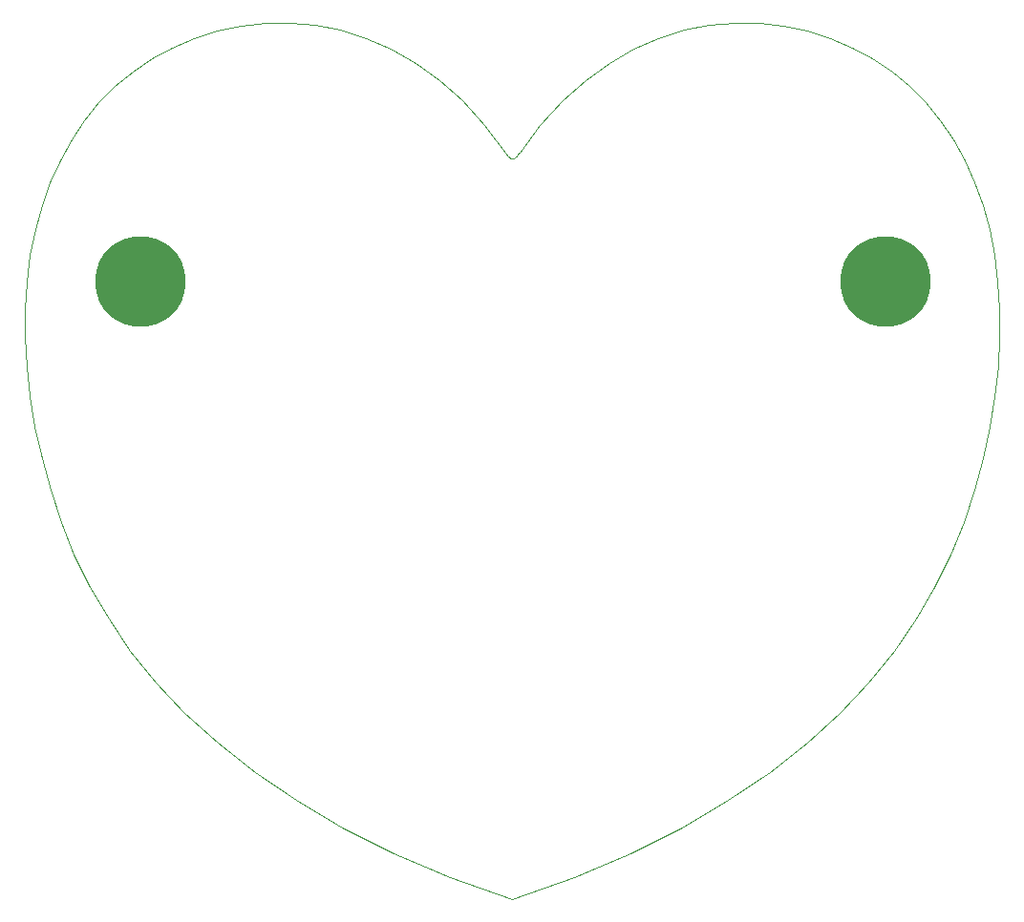
<source format=gbr>
G04 #@! TF.FileFunction,Paste,Top*
%FSLAX46Y46*%
G04 Gerber Fmt 4.6, Leading zero omitted, Abs format (unit mm)*
G04 Created by KiCad (PCBNEW 4.0.7) date 11/09/18 11:24:19*
%MOMM*%
%LPD*%
G01*
G04 APERTURE LIST*
%ADD10C,0.100000*%
%ADD11C,8.000000*%
G04 APERTURE END LIST*
D10*
X149092301Y-78771685D02*
X149124258Y-78727400D01*
X149060344Y-78815736D02*
X149092301Y-78771685D01*
X149028388Y-78859320D02*
X149060344Y-78815736D01*
X148996431Y-78902206D02*
X149028388Y-78859320D01*
X148964474Y-78944159D02*
X148996431Y-78902206D01*
X148932517Y-78984946D02*
X148964474Y-78944159D01*
X148900560Y-79024335D02*
X148932517Y-78984946D01*
X148868603Y-79062091D02*
X148900560Y-79024335D01*
X148836647Y-79097983D02*
X148868603Y-79062091D01*
X148804690Y-79131777D02*
X148836647Y-79097983D01*
X148772733Y-79163239D02*
X148804690Y-79131777D01*
X148740776Y-79192137D02*
X148772733Y-79163239D01*
X148708819Y-79218237D02*
X148740776Y-79192137D01*
X148676863Y-79241307D02*
X148708819Y-79218237D01*
X148644906Y-79261113D02*
X148676863Y-79241307D01*
X148612949Y-79277422D02*
X148644906Y-79261113D01*
X148580992Y-79290001D02*
X148612949Y-79277422D01*
X148549035Y-79298617D02*
X148580992Y-79290001D01*
X148517078Y-79303037D02*
X148549035Y-79298617D01*
X148485122Y-79303037D02*
X148517078Y-79303037D01*
X148453165Y-79298617D02*
X148485122Y-79303037D01*
X148421208Y-79290001D02*
X148453165Y-79298617D01*
X148389251Y-79277422D02*
X148421208Y-79290001D01*
X148357294Y-79261113D02*
X148389251Y-79277422D01*
X148325337Y-79241307D02*
X148357294Y-79261113D01*
X148293381Y-79218237D02*
X148325337Y-79241307D01*
X148261424Y-79192137D02*
X148293381Y-79218237D01*
X148229467Y-79163239D02*
X148261424Y-79192137D01*
X148197510Y-79131777D02*
X148229467Y-79163239D01*
X148165553Y-79097983D02*
X148197510Y-79131777D01*
X148133597Y-79062091D02*
X148165553Y-79097983D01*
X148101640Y-79024335D02*
X148133597Y-79062091D01*
X148069683Y-78984946D02*
X148101640Y-79024335D01*
X148037726Y-78944159D02*
X148069683Y-78984946D01*
X148005769Y-78902206D02*
X148037726Y-78944159D01*
X147973812Y-78859320D02*
X148005769Y-78902206D01*
X147941856Y-78815736D02*
X147973812Y-78859320D01*
X147909899Y-78771685D02*
X147941856Y-78815736D01*
X147877942Y-78727400D02*
X147909899Y-78771685D01*
X146024691Y-76265210D02*
X147877942Y-78727400D01*
X144066980Y-74126681D02*
X146024691Y-76265210D01*
X142021176Y-72299991D02*
X144066980Y-74126681D01*
X139903649Y-70773315D02*
X142021176Y-72299991D01*
X137730764Y-69534830D02*
X139903649Y-70773315D01*
X135518890Y-68572714D02*
X137730764Y-69534830D01*
X133284394Y-67875143D02*
X135518890Y-68572714D01*
X131043644Y-67430294D02*
X133284394Y-67875143D01*
X128813008Y-67226344D02*
X131043644Y-67430294D01*
X126608853Y-67251469D02*
X128813008Y-67226344D01*
X124447546Y-67493847D02*
X126608853Y-67251469D01*
X122345456Y-67941653D02*
X124447546Y-67493847D01*
X120318950Y-68583065D02*
X122345456Y-67941653D01*
X118384396Y-69406260D02*
X120318950Y-68583065D01*
X116558161Y-70399414D02*
X118384396Y-69406260D01*
X114856518Y-71550739D02*
X116558161Y-70399414D01*
X113290051Y-72850505D02*
X114856518Y-71550739D01*
X111860524Y-74292176D02*
X113290051Y-72850505D01*
X110568943Y-75869492D02*
X111860524Y-74292176D01*
X109416314Y-77576191D02*
X110568943Y-75869492D01*
X108403644Y-79406012D02*
X109416314Y-77576191D01*
X107531938Y-81352693D02*
X108403644Y-79406012D01*
X106802203Y-83409973D02*
X107531938Y-81352693D01*
X106215445Y-85571591D02*
X106802203Y-83409973D01*
X105772670Y-87831286D02*
X106215445Y-85571591D01*
X105474884Y-90182796D02*
X105772670Y-87831286D01*
X105323093Y-92619860D02*
X105474884Y-90182796D01*
X105318303Y-95136217D02*
X105323093Y-92619860D01*
X105461521Y-97725605D02*
X105318303Y-95136217D01*
X105753752Y-100381763D02*
X105461521Y-97725605D01*
X106196003Y-103098430D02*
X105753752Y-100381763D01*
X106790359Y-105868984D02*
X106196003Y-103098430D01*
X107551450Y-108682610D02*
X106790359Y-105868984D01*
X108502001Y-111525785D02*
X107551450Y-108682610D01*
X109664872Y-114384945D02*
X108502001Y-111525785D01*
X111062923Y-117246524D02*
X109664872Y-114384945D01*
X112719011Y-120096954D02*
X111062923Y-117246524D01*
X114655998Y-122922671D02*
X112719011Y-120096954D01*
X116896742Y-125710108D02*
X114655998Y-122922671D01*
X119464104Y-128445699D02*
X116896742Y-125710108D01*
X122380941Y-131115878D02*
X119464104Y-128445699D01*
X125670114Y-133707078D02*
X122380941Y-131115878D01*
X129354483Y-136205735D02*
X125670114Y-133707078D01*
X133456907Y-138598282D02*
X129354483Y-136205735D01*
X138000244Y-140871152D02*
X133456907Y-138598282D01*
X143007356Y-143010780D02*
X138000244Y-140871152D01*
X148501100Y-145003600D02*
X143007356Y-143010780D01*
X150977509Y-76265210D02*
X149124258Y-78727400D01*
X152935220Y-74126681D02*
X150977509Y-76265210D01*
X154981024Y-72299991D02*
X152935220Y-74126681D01*
X157098551Y-70773315D02*
X154981024Y-72299991D01*
X159271436Y-69534830D02*
X157098551Y-70773315D01*
X161483310Y-68572714D02*
X159271436Y-69534830D01*
X163717806Y-67875143D02*
X161483310Y-68572714D01*
X165958556Y-67430294D02*
X163717806Y-67875143D01*
X168189192Y-67226344D02*
X165958556Y-67430294D01*
X170393347Y-67251469D02*
X168189192Y-67226344D01*
X172554654Y-67493847D02*
X170393347Y-67251469D01*
X174656744Y-67941653D02*
X172554654Y-67493847D01*
X176683250Y-68583065D02*
X174656744Y-67941653D01*
X178617804Y-69406260D02*
X176683250Y-68583065D01*
X180444039Y-70399414D02*
X178617804Y-69406260D01*
X182145682Y-71550739D02*
X180444039Y-70399414D01*
X183712149Y-72850505D02*
X182145682Y-71550739D01*
X185141676Y-74292176D02*
X183712149Y-72850505D01*
X186433257Y-75869492D02*
X185141676Y-74292176D01*
X187585886Y-77576191D02*
X186433257Y-75869492D01*
X188598556Y-79406012D02*
X187585886Y-77576191D01*
X189470262Y-81352693D02*
X188598556Y-79406012D01*
X190199997Y-83409973D02*
X189470262Y-81352693D01*
X190786755Y-85571591D02*
X190199997Y-83409973D01*
X191229530Y-87831286D02*
X190786755Y-85571591D01*
X191527316Y-90182796D02*
X191229530Y-87831286D01*
X191679107Y-92619860D02*
X191527316Y-90182796D01*
X191683897Y-95136217D02*
X191679107Y-92619860D01*
X191540679Y-97725605D02*
X191683897Y-95136217D01*
X191248448Y-100381763D02*
X191540679Y-97725605D01*
X190806197Y-103098430D02*
X191248448Y-100381763D01*
X190211841Y-105868984D02*
X190806197Y-103098430D01*
X189450750Y-108682610D02*
X190211841Y-105868984D01*
X188500199Y-111525785D02*
X189450750Y-108682610D01*
X187337328Y-114384945D02*
X188500199Y-111525785D01*
X185939277Y-117246524D02*
X187337328Y-114384945D01*
X184283189Y-120096954D02*
X185939277Y-117246524D01*
X182346202Y-122922671D02*
X184283189Y-120096954D01*
X180105458Y-125710108D02*
X182346202Y-122922671D01*
X177538096Y-128445699D02*
X180105458Y-125710108D01*
X174621259Y-131115878D02*
X177538096Y-128445699D01*
X171332086Y-133707078D02*
X174621259Y-131115878D01*
X167647717Y-136205735D02*
X171332086Y-133707078D01*
X163545293Y-138598282D02*
X167647717Y-136205735D01*
X159001956Y-140871152D02*
X163545293Y-138598282D01*
X153994844Y-143010780D02*
X159001956Y-140871152D01*
X148501100Y-145003600D02*
X153994844Y-143010780D01*
D11*
X181610000Y-90170000D03*
X115570000Y-90170000D03*
M02*

</source>
